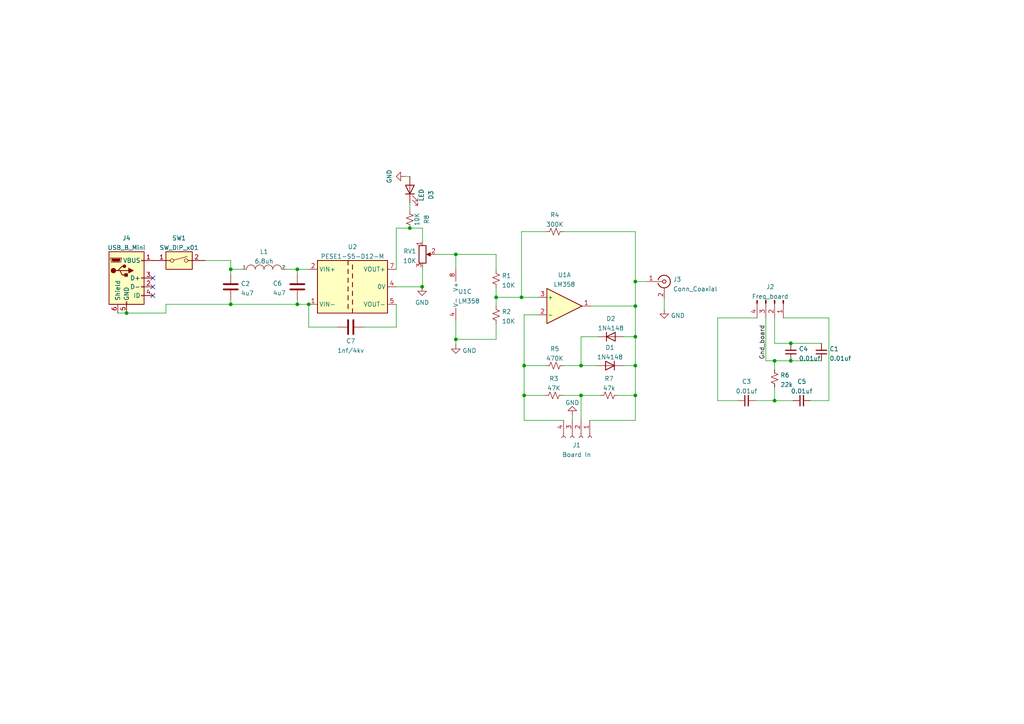
<source format=kicad_sch>
(kicad_sch (version 20211123) (generator eeschema)
  (paper "A4")
  (lib_symbols
    (symbol "Amplifier_Operational:LM358" (pin_names (offset 0.127))
      (property "Reference" "U" (at 0 5.08 0))
      (property "Value" "LM358" (at 0 -5.08 0))
      (symbol "LM358_1_1"
        (polyline (pts (xy -5.08 5.08) (xy 5.08 0) (xy -5.08 -5.08) (xy -5.08 5.08)) (stroke (width 0.254)) (fill (type background)))
        (pin output line (at 7.62 0 180) (length 2.54) (name "~") (number "1"))
        (pin input line (at -7.62 -2.54 0) (length 2.54) (name "-") (number "2"))
        (pin input line (at -7.62 2.54 0) (length 2.54) (name "+") (number "3"))
      )
      (symbol "LM358_2_1"
        (polyline (pts (xy -5.08 5.08) (xy 5.08 0) (xy -5.08 -5.08) (xy -5.08 5.08)) (stroke (width 0.254)) (fill (type background)))
        (pin input line (at -7.62 2.54 0) (length 2.54) (name "+") (number "5"))
        (pin input line (at -7.62 -2.54 0) (length 2.54) (name "-") (number "6"))
        (pin output line (at 7.62 0 180) (length 2.54) (name "~") (number "7"))
      )
      (symbol "LM358_3_1"
        (pin power_in line (at -2.54 -7.62 90) (length 3.81) (name "V-") (number "4"))
        (pin power_in line (at -2.54 7.62 270) (length 3.81) (name "V+") (number "8"))
      )
    )
    (symbol "Connector:Conn_01x04_Female" (pin_names (offset 1.016) hide)
      (property "Reference" "J" (at 0 5.08 0))
      (property "Value" "Conn_01x04_Female" (at 0 -7.62 0))
      (symbol "Conn_01x04_Female_1_1"
        (arc (start 0 -4.572) (mid -0.508 -5.08) (end 0 -5.588) (stroke (width 0.1524)))
        (arc (start 0 -2.032) (mid -0.508 -2.54) (end 0 -3.048) (stroke (width 0.1524)))
        (polyline (pts (xy -1.27 -5.08) (xy -0.508 -5.08)) (stroke (width 0.1524)))
        (polyline (pts (xy -1.27 -2.54) (xy -0.508 -2.54)) (stroke (width 0.1524)))
        (polyline (pts (xy -1.27 0) (xy -0.508 0)) (stroke (width 0.1524)))
        (polyline (pts (xy -1.27 2.54) (xy -0.508 2.54)) (stroke (width 0.1524)))
        (arc (start 0 0.508) (mid -0.508 0) (end 0 -0.508) (stroke (width 0.1524)))
        (arc (start 0 3.048) (mid -0.508 2.54) (end 0 2.032) (stroke (width 0.1524)))
        (pin passive line (at -5.08 2.54 0) (length 3.81) (name "Pin_1") (number "1"))
        (pin passive line (at -5.08 0 0) (length 3.81) (name "Pin_2") (number "2"))
        (pin passive line (at -5.08 -2.54 0) (length 3.81) (name "Pin_3") (number "3"))
        (pin passive line (at -5.08 -5.08 0) (length 3.81) (name "Pin_4") (number "4"))
      )
    )
    (symbol "Connector:Conn_01x04_Male" (pin_names (offset 1.016) hide)
      (property "Reference" "J" (at 0 5.08 0))
      (property "Value" "Conn_01x04_Male" (at 0 -7.62 0))
      (symbol "Conn_01x04_Male_1_1"
        (polyline (pts (xy 1.27 -5.08) (xy 0.8636 -5.08)) (stroke (width 0.1524)))
        (polyline (pts (xy 1.27 -2.54) (xy 0.8636 -2.54)) (stroke (width 0.1524)))
        (polyline (pts (xy 1.27 0) (xy 0.8636 0)) (stroke (width 0.1524)))
        (polyline (pts (xy 1.27 2.54) (xy 0.8636 2.54)) (stroke (width 0.1524)))
        (rectangle (start 0.8636 -4.953) (end 0 -5.207) (stroke (width 0.1524)) (fill (type outline)))
        (rectangle (start 0.8636 -2.413) (end 0 -2.667) (stroke (width 0.1524)) (fill (type outline)))
        (rectangle (start 0.8636 0.127) (end 0 -0.127) (stroke (width 0.1524)) (fill (type outline)))
        (rectangle (start 0.8636 2.667) (end 0 2.413) (stroke (width 0.1524)) (fill (type outline)))
        (pin passive line (at 5.08 2.54 180) (length 3.81) (name "Pin_1") (number "1"))
        (pin passive line (at 5.08 0 180) (length 3.81) (name "Pin_2") (number "2"))
        (pin passive line (at 5.08 -2.54 180) (length 3.81) (name "Pin_3") (number "3"))
        (pin passive line (at 5.08 -5.08 180) (length 3.81) (name "Pin_4") (number "4"))
      )
    )
    (symbol "Connector:Conn_Coaxial" (pin_names (offset 1.016) hide)
      (property "Reference" "J" (at 0.254 3.048 0))
      (property "Value" "Conn_Coaxial" (at 2.921 0 90))
      (symbol "Conn_Coaxial_0_1"
        (arc (start -1.778 -0.508) (mid 0.222 -1.808) (end 1.778 0) (stroke (width 0.254)))
        (polyline (pts (xy -2.54 0) (xy -0.508 0)))
        (polyline (pts (xy 0 -2.54) (xy 0 -1.778)))
        (circle (center 0 0) (radius 0.508) (stroke (width 0.2032)))
        (arc (start 1.778 0) (mid 0.222 1.8083) (end -1.778 0.508) (stroke (width 0.254)))
      )
      (symbol "Conn_Coaxial_1_1"
        (pin passive line (at -5.08 0 0) (length 2.54) (name "In") (number "1"))
        (pin passive line (at 0 -5.08 90) (length 2.54) (name "Ext") (number "2"))
      )
    )
    (symbol "Connector:USB_B_Mini" (pin_names (offset 1.016))
      (property "Reference" "J" (at -5.08 11.43 0))
      (property "Value" "USB_B_Mini" (at -5.08 8.89 0))
      (symbol "USB_B_Mini_0_1"
        (rectangle (start -5.08 -7.62) (end 5.08 7.62) (stroke (width 0.254)) (fill (type background)))
        (circle (center -3.81 2.159) (radius 0.635) (stroke (width 0.254)) (fill (type outline)))
        (circle (center -0.635 3.429) (radius 0.381) (stroke (width 0.254)) (fill (type outline)))
        (rectangle (start -0.127 -7.62) (end 0.127 -6.858))
        (polyline (pts (xy -1.905 2.159) (xy 0.635 2.159)) (stroke (width 0.254)))
        (polyline (pts (xy -3.175 2.159) (xy -2.54 2.159) (xy -1.27 3.429) (xy -0.635 3.429)) (stroke (width 0.254)))
        (polyline (pts (xy -2.54 2.159) (xy -1.905 2.159) (xy -1.27 0.889) (xy 0 0.889)) (stroke (width 0.254)))
        (polyline (pts (xy 0.635 2.794) (xy 0.635 1.524) (xy 1.905 2.159) (xy 0.635 2.794)) (stroke (width 0.254)) (fill (type outline)))
        (polyline (pts (xy -4.318 5.588) (xy -1.778 5.588) (xy -2.032 4.826) (xy -4.064 4.826) (xy -4.318 5.588)) (fill (type outline)))
        (polyline (pts (xy -4.699 5.842) (xy -4.699 5.588) (xy -4.445 4.826) (xy -4.445 4.572) (xy -1.651 4.572) (xy -1.651 4.826) (xy -1.397 5.588) (xy -1.397 5.842) (xy -4.699 5.842)))
        (rectangle (start 0.254 1.27) (end -0.508 0.508) (stroke (width 0.254)) (fill (type outline)))
        (rectangle (start 5.08 -5.207) (end 4.318 -4.953))
        (rectangle (start 5.08 -2.667) (end 4.318 -2.413))
        (rectangle (start 5.08 -0.127) (end 4.318 0.127))
        (rectangle (start 5.08 4.953) (end 4.318 5.207))
      )
      (symbol "USB_B_Mini_1_1"
        (pin power_out line (at 7.62 5.08 180) (length 2.54) (name "VBUS") (number "1"))
        (pin bidirectional line (at 7.62 -2.54 180) (length 2.54) (name "D-") (number "2"))
        (pin bidirectional line (at 7.62 0 180) (length 2.54) (name "D+") (number "3"))
        (pin passive line (at 7.62 -5.08 180) (length 2.54) (name "ID") (number "4"))
        (pin power_out line (at 0 -10.16 90) (length 2.54) (name "GND") (number "5"))
        (pin passive line (at -2.54 -10.16 90) (length 2.54) (name "Shield") (number "6"))
      )
    )
    (symbol "Device:C" (pin_numbers hide) (pin_names (offset 0.254))
      (property "Reference" "C" (at 0.635 2.54 0))
      (property "Value" "C" (at 0.635 -2.54 0))
      (symbol "C_0_1"
        (polyline (pts (xy -2.032 -0.762) (xy 2.032 -0.762)) (stroke (width 0.508)))
        (polyline (pts (xy -2.032 0.762) (xy 2.032 0.762)) (stroke (width 0.508)))
      )
      (symbol "C_1_1"
        (pin passive line (at 0 3.81 270) (length 2.794) (name "~") (number "1"))
        (pin passive line (at 0 -3.81 90) (length 2.794) (name "~") (number "2"))
      )
    )
    (symbol "Device:C_Small" (pin_numbers hide) (pin_names (offset 0.254) hide)
      (property "Reference" "C" (at 0.254 1.778 0))
      (property "Value" "C_Small" (at 0.254 -2.032 0))
      (symbol "C_Small_0_1"
        (polyline (pts (xy -1.524 -0.508) (xy 1.524 -0.508)) (stroke (width 0.3302)))
        (polyline (pts (xy -1.524 0.508) (xy 1.524 0.508)) (stroke (width 0.3048)))
      )
      (symbol "C_Small_1_1"
        (pin passive line (at 0 2.54 270) (length 2.032) (name "~") (number "1"))
        (pin passive line (at 0 -2.54 90) (length 2.032) (name "~") (number "2"))
      )
    )
    (symbol "Device:LED" (pin_numbers hide) (pin_names (offset 1.016) hide)
      (property "Reference" "D" (at 0 2.54 0))
      (property "Value" "LED" (at 0 -2.54 0))
      (symbol "LED_0_1"
        (polyline (pts (xy -1.27 -1.27) (xy -1.27 1.27)) (stroke (width 0.254)))
        (polyline (pts (xy -1.27 0) (xy 1.27 0)))
        (polyline (pts (xy 1.27 -1.27) (xy 1.27 1.27) (xy -1.27 0) (xy 1.27 -1.27)) (stroke (width 0.254)))
        (polyline (pts (xy -3.048 -0.762) (xy -4.572 -2.286) (xy -3.81 -2.286) (xy -4.572 -2.286) (xy -4.572 -1.524)))
        (polyline (pts (xy -1.778 -0.762) (xy -3.302 -2.286) (xy -2.54 -2.286) (xy -3.302 -2.286) (xy -3.302 -1.524)))
      )
      (symbol "LED_1_1"
        (pin passive line (at -3.81 0 0) (length 2.54) (name "K") (number "1"))
        (pin passive line (at 3.81 0 180) (length 2.54) (name "A") (number "2"))
      )
    )
    (symbol "Device:R_Potentiometer" (pin_names (offset 1.016) hide)
      (property "Reference" "RV" (at -4.445 0 90))
      (property "Value" "R_Potentiometer" (at -2.54 0 90))
      (symbol "R_Potentiometer_0_1"
        (polyline (pts (xy 2.54 0) (xy 1.524 0)))
        (polyline (pts (xy 1.143 0) (xy 2.286 0.508) (xy 2.286 -0.508) (xy 1.143 0)) (fill (type outline)))
        (rectangle (start 1.016 2.54) (end -1.016 -2.54) (stroke (width 0.254)))
      )
      (symbol "R_Potentiometer_1_1"
        (pin passive line (at 0 3.81 270) (length 1.27) (name "1") (number "1"))
        (pin passive line (at 3.81 0 180) (length 1.27) (name "2") (number "2"))
        (pin passive line (at 0 -3.81 90) (length 1.27) (name "3") (number "3"))
      )
    )
    (symbol "Device:R_Small_US" (pin_numbers hide) (pin_names (offset 0.254) hide)
      (property "Reference" "R" (at 0.762 0.508 0))
      (property "Value" "R_Small_US" (at 0.762 -1.016 0))
      (symbol "R_Small_US_1_1"
        (polyline (pts (xy 0 0) (xy 1.016 -0.381) (xy 0 -0.762) (xy -1.016 -1.143) (xy 0 -1.524)))
        (polyline (pts (xy 0 1.524) (xy 1.016 1.143) (xy 0 0.762) (xy -1.016 0.381) (xy 0 0)))
        (pin passive line (at 0 2.54 270) (length 1.016) (name "~") (number "1"))
        (pin passive line (at 0 -2.54 90) (length 1.016) (name "~") (number "2"))
      )
    )
    (symbol "Diode:1N4148" (pin_numbers hide) (pin_names (offset 1.016) hide)
      (property "Reference" "D" (at 0 2.54 0))
      (property "Value" "1N4148" (at 0 -2.54 0))
      (symbol "1N4148_0_1"
        (polyline (pts (xy -1.27 1.27) (xy -1.27 -1.27)) (stroke (width 0.254)))
        (polyline (pts (xy 1.27 0) (xy -1.27 0)))
        (polyline (pts (xy 1.27 1.27) (xy 1.27 -1.27) (xy -1.27 0) (xy 1.27 1.27)) (stroke (width 0.254)))
      )
      (symbol "1N4148_1_1"
        (pin passive line (at -3.81 0 0) (length 2.54) (name "K") (number "1"))
        (pin passive line (at 3.81 0 180) (length 2.54) (name "A") (number "2"))
      )
    )
    (symbol "Regulator_Switching:NMA0512SC"
      (property "Reference" "U?" (at 0 11.5865 0))
      (property "Value" "NMA0512SC" (at 0 8.8114 0))
      (symbol "NMA0512SC_0_1"
        (rectangle (start -10.16 7.62) (end 10.16 -7.62) (stroke (width 0.254)) (fill (type background)))
        (polyline (pts (xy -1.27 -5.08) (xy -1.27 -6.35)) (stroke (width 0.254)))
        (polyline (pts (xy -1.27 -2.54) (xy -1.27 -3.81)) (stroke (width 0.254)))
        (polyline (pts (xy -1.27 0) (xy -1.27 -1.27)) (stroke (width 0.254)))
        (polyline (pts (xy -1.27 2.54) (xy -1.27 1.27)) (stroke (width 0.254)))
        (polyline (pts (xy -1.27 5.08) (xy -1.27 3.81)) (stroke (width 0.254)))
        (polyline (pts (xy -1.27 7.62) (xy -1.27 6.35)) (stroke (width 0.254)))
        (polyline (pts (xy 0 -7.62) (xy 0 -6.35)) (stroke (width 0.254)))
        (polyline (pts (xy 0 -5.08) (xy 0 -3.81)) (stroke (width 0.254)))
        (polyline (pts (xy 0 -1.27) (xy 0 -2.54)) (stroke (width 0.254)))
        (polyline (pts (xy 0 0) (xy 0 1.27)) (stroke (width 0.254)))
        (polyline (pts (xy 0 2.54) (xy 0 3.81)) (stroke (width 0.254)))
        (polyline (pts (xy 0 5.08) (xy 0 6.35)) (stroke (width 0.254)))
      )
      (symbol "NMA0512SC_1_1"
        (pin power_in line (at -12.7 -5.08 0) (length 2.54) (name "VIN-") (number "1"))
        (pin power_in line (at -12.7 5.08 0) (length 2.54) (name "VIN+") (number "2"))
        (pin power_out line (at 12.7 0 180) (length 2.54) (name "0V") (number "4"))
        (pin power_out line (at 12.7 -5.08 180) (length 2.54) (name "VOUT-") (number "5"))
        (pin power_out line (at 12.7 5.08 180) (length 2.54) (name "VOUT+") (number "7"))
      )
    )
    (symbol "Switch:SW_DIP_x01" (pin_names (offset 0) hide)
      (property "Reference" "SW" (at 0 3.81 0))
      (property "Value" "SW_DIP_x01" (at 0 -3.81 0))
      (symbol "SW_DIP_x01_0_0"
        (circle (center -2.032 0) (radius 0.508))
        (polyline (pts (xy -1.524 0.127) (xy 2.3622 1.1684)))
        (circle (center 2.032 0) (radius 0.508))
      )
      (symbol "SW_DIP_x01_0_1"
        (rectangle (start -3.81 2.54) (end 3.81 -2.54) (stroke (width 0.254)) (fill (type background)))
      )
      (symbol "SW_DIP_x01_1_1"
        (pin passive line (at -7.62 0 0) (length 5.08) (name "~") (number "1"))
        (pin passive line (at 7.62 0 180) (length 5.08) (name "~") (number "2"))
      )
    )
    (symbol "power:GND" (power) (pin_names (offset 0))
      (property "Value" "GND" (at 0 -3.81 0))
      (symbol "GND_0_1"
        (polyline (pts (xy 0 0) (xy 0 -1.27) (xy 1.27 -1.27) (xy 0 -2.54) (xy -1.27 -1.27) (xy 0 -1.27)))
      )
      (symbol "GND_1_1"
        (pin power_in line (at 0 0 270) (length 0) hide (name "GND") (number "1"))
      )
    )
    (symbol "pspice:INDUCTOR" (pin_numbers hide) (pin_names (offset 0))
      (property "Reference" "L" (at 0 2.54 0))
      (property "Value" "INDUCTOR" (at 0 -1.27 0))
      (symbol "INDUCTOR_0_1"
        (arc (start -2.54 0) (mid -3.81 1.27) (end -5.08 0))
        (arc (start 0 0) (mid -1.27 1.27) (end -2.54 0))
        (arc (start 2.54 0) (mid 1.27 1.27) (end 0 0))
        (arc (start 5.08 0) (mid 3.81 1.27) (end 2.54 0))
      )
      (symbol "INDUCTOR_1_1"
        (pin input line (at -6.35 0 0) (length 1.27) (name "1") (number "1"))
        (pin input line (at 6.35 0 180) (length 1.27) (name "2") (number "2"))
      )
    )
  )
  (junction (at 132.207 73.787))
  (junction (at 36.703 90.805))
  (junction (at 152.019 114.681))
  (junction (at 224.663 104.648))
  (junction (at 168.529 114.681))
  (junction (at 229.362 104.648))
  (junction (at 66.929 78.105))
  (junction (at 152.019 106.045))
  (junction (at 184.277 106.045))
  (junction (at 151.257 86.233))
  (junction (at 168.529 106.045))
  (junction (at 89.535 88.265))
  (junction (at 86.233 88.265))
  (junction (at 224.663 116.205))
  (junction (at 184.277 81.661))
  (junction (at 86.233 78.105))
  (junction (at 118.872 66.167))
  (junction (at 132.207 98.425))
  (junction (at 184.277 114.681))
  (junction (at 143.891 86.233))
  (junction (at 66.929 88.265))
  (junction (at 184.277 97.663))
  (junction (at 184.277 88.773))
  (junction (at 122.428 83.185))
  (junction (at 229.362 99.568))
  (no_connect (at 44.323 83.185))
  (no_connect (at 44.323 85.725))
  (no_connect (at 44.323 80.645))
  (wire (pts (xy 86.233 78.105) (xy 86.233 79.375)))
  (wire (pts (xy 235.077 116.205) (xy 240.411 116.205)))
  (wire (pts (xy 66.929 86.995) (xy 66.929 88.265)))
  (wire (pts (xy 59.563 75.565) (xy 66.929 75.565)))
  (wire (pts (xy 173.355 97.663) (xy 168.529 97.663)))
  (wire (pts (xy 143.891 93.853) (xy 143.891 98.425)))
  (wire (pts (xy 66.929 75.565) (xy 66.929 78.105)))
  (wire (pts (xy 36.703 90.805) (xy 48.133 90.805)))
  (wire (pts (xy 86.233 86.995) (xy 86.233 88.265)))
  (wire (pts (xy 168.529 97.663) (xy 168.529 106.045)))
  (wire (pts (xy 97.917 94.869) (xy 89.535 94.869)))
  (wire (pts (xy 152.019 106.045) (xy 152.019 114.681)))
  (wire (pts (xy 208.153 92.202) (xy 208.153 116.205)))
  (wire (pts (xy 66.929 78.105) (xy 66.929 79.375)))
  (wire (pts (xy 184.277 121.92) (xy 184.277 114.681)))
  (wire (pts (xy 229.362 99.568) (xy 238.252 99.568)))
  (wire (pts (xy 180.721 106.045) (xy 184.277 106.045)))
  (wire (pts (xy 219.583 92.202) (xy 208.153 92.202)))
  (wire (pts (xy 240.411 92.202) (xy 227.203 92.202)))
  (wire (pts (xy 122.428 83.185) (xy 114.935 83.185)))
  (wire (pts (xy 143.891 86.233) (xy 143.891 88.773)))
  (wire (pts (xy 171.323 88.773) (xy 184.277 88.773)))
  (wire (pts (xy 132.207 98.425) (xy 132.207 99.949)))
  (wire (pts (xy 114.935 66.167) (xy 114.935 78.105)))
  (wire (pts (xy 158.369 106.045) (xy 152.019 106.045)))
  (wire (pts (xy 224.663 116.205) (xy 229.997 116.205)))
  (wire (pts (xy 171.069 121.92) (xy 184.277 121.92)))
  (wire (pts (xy 122.555 66.167) (xy 122.555 69.977)))
  (wire (pts (xy 224.663 92.202) (xy 224.663 99.568)))
  (wire (pts (xy 34.163 90.805) (xy 36.703 90.805)))
  (wire (pts (xy 151.257 86.233) (xy 156.083 86.233)))
  (wire (pts (xy 213.995 116.205) (xy 208.153 116.205)))
  (wire (pts (xy 229.362 104.648) (xy 224.663 104.648)))
  (wire (pts (xy 180.975 97.663) (xy 184.277 97.663)))
  (wire (pts (xy 163.449 106.045) (xy 168.529 106.045)))
  (wire (pts (xy 82.931 78.105) (xy 86.233 78.105)))
  (wire (pts (xy 168.529 106.045) (xy 173.101 106.045)))
  (wire (pts (xy 222.123 104.648) (xy 222.123 92.202)))
  (wire (pts (xy 132.207 73.787) (xy 132.207 77.851)))
  (wire (pts (xy 122.555 77.597) (xy 122.555 83.185)))
  (wire (pts (xy 192.659 86.741) (xy 192.659 89.789)))
  (wire (pts (xy 143.891 73.787) (xy 143.891 78.359)))
  (wire (pts (xy 114.935 66.167) (xy 118.872 66.167)))
  (wire (pts (xy 132.207 98.425) (xy 143.891 98.425)))
  (wire (pts (xy 132.207 93.091) (xy 132.207 98.425)))
  (wire (pts (xy 184.277 67.183) (xy 184.277 81.661)))
  (wire (pts (xy 132.207 73.787) (xy 143.891 73.787)))
  (wire (pts (xy 184.277 88.773) (xy 184.277 97.663)))
  (wire (pts (xy 184.277 114.681) (xy 184.277 106.045)))
  (wire (pts (xy 66.929 78.105) (xy 70.231 78.105)))
  (wire (pts (xy 114.935 88.265) (xy 114.935 94.869)))
  (wire (pts (xy 126.365 73.787) (xy 132.207 73.787)))
  (wire (pts (xy 165.989 120.396) (xy 165.989 121.92)))
  (wire (pts (xy 118.872 58.801) (xy 118.872 61.087)))
  (wire (pts (xy 122.555 83.185) (xy 122.428 83.185)))
  (wire (pts (xy 66.929 88.265) (xy 86.233 88.265)))
  (wire (pts (xy 187.579 81.661) (xy 184.277 81.661)))
  (wire (pts (xy 105.537 94.869) (xy 114.935 94.869)))
  (wire (pts (xy 224.663 104.648) (xy 224.663 107.188)))
  (wire (pts (xy 219.075 116.205) (xy 224.663 116.205)))
  (wire (pts (xy 158.369 67.183) (xy 151.257 67.183)))
  (wire (pts (xy 48.133 88.265) (xy 66.929 88.265)))
  (wire (pts (xy 152.019 114.681) (xy 152.019 121.92)))
  (wire (pts (xy 163.449 67.183) (xy 184.277 67.183)))
  (wire (pts (xy 179.197 114.681) (xy 184.277 114.681)))
  (wire (pts (xy 240.411 92.202) (xy 240.411 116.205)))
  (wire (pts (xy 152.019 121.92) (xy 163.449 121.92)))
  (wire (pts (xy 184.277 81.661) (xy 184.277 88.773)))
  (wire (pts (xy 168.529 114.681) (xy 174.117 114.681)))
  (wire (pts (xy 118.872 51.181) (xy 117.475 51.181)))
  (wire (pts (xy 86.233 78.105) (xy 89.535 78.105)))
  (wire (pts (xy 158.115 114.681) (xy 152.019 114.681)))
  (wire (pts (xy 143.891 83.439) (xy 143.891 86.233)))
  (wire (pts (xy 152.019 106.045) (xy 152.019 91.313)))
  (wire (pts (xy 224.663 112.268) (xy 224.663 116.205)))
  (wire (pts (xy 224.663 104.648) (xy 222.123 104.648)))
  (wire (pts (xy 151.257 67.183) (xy 151.257 86.233)))
  (wire (pts (xy 89.535 94.869) (xy 89.535 88.265)))
  (wire (pts (xy 152.019 91.313) (xy 156.083 91.313)))
  (wire (pts (xy 86.233 88.265) (xy 89.535 88.265)))
  (wire (pts (xy 184.277 97.663) (xy 184.277 106.045)))
  (wire (pts (xy 229.362 99.568) (xy 224.663 99.568)))
  (wire (pts (xy 151.257 86.233) (xy 143.891 86.233)))
  (wire (pts (xy 48.133 90.805) (xy 48.133 88.265)))
  (wire (pts (xy 229.362 104.648) (xy 238.252 104.648)))
  (wire (pts (xy 118.872 66.167) (xy 122.555 66.167)))
  (wire (pts (xy 163.195 114.681) (xy 168.529 114.681)))
  (wire (pts (xy 168.529 114.681) (xy 168.529 121.92)))
  (label "Gnd_board" (at 222.123 104.267 90))
  (symbol (lib_id "Device:R_Small_US") (at 143.891 80.899 0) (unit 1)
    (property "Reference" "R1" (at 145.542 79.9905 0) (effects (justify left)))
    (property "Value" "10K" (at 145.542 82.7656 0) (effects (justify left)))
    (property "Footprint" "Resistor_SMD:R_0805_2012Metric" (effects hide))
  )
  (symbol (lib_id "Device:C") (at 101.727 94.869 90) (unit 1)
    (property "Reference" "C7" (at 101.727 98.9035 90))
    (property "Value" "1nf/4kv" (at 101.727 101.6786 90))
    (property "Footprint" "Capacitor_SMD:C_1206_3216Metric_Pad1.33x1.80mm_HandSolder" (effects hide))
  )
  (symbol (lib_id "Switch:SW_DIP_x01") (at 51.943 75.565 0) (unit 1)
    (property "Reference" "SW1" (at 51.943 69.0585 0))
    (property "Value" "SW_DIP_x01" (at 51.943 71.8336 0))
    (property "Footprint" "Connector_JST:JST_EH_B2B-EH-A_1x02_P2.50mm_Vertical" (effects hide))
  )
  (symbol (lib_id "Device:C_Small") (at 238.252 102.108 180) (unit 1)
    (property "Reference" "C1" (at 240.5761 101.1931 0) (effects (justify right)))
    (property "Value" "0.01uf" (at 240.5761 103.9682 0) (effects (justify right)))
    (property "Footprint" "Resistor_SMD:R_0805_2012Metric" (effects hide))
  )
  (symbol (lib_id "Device:R_Small_US") (at 160.655 114.681 90) (unit 1)
    (property "Reference" "R3" (at 160.655 109.8255 90))
    (property "Value" "47K" (at 160.655 112.6006 90))
    (property "Footprint" "Resistor_SMD:R_0805_2012Metric" (effects hide))
  )
  (symbol (lib_id "Device:C_Small") (at 216.535 116.205 90) (unit 1)
    (property "Reference" "C3" (at 216.5413 110.6764 90))
    (property "Value" "0.01uf" (at 216.5413 113.4515 90))
    (property "Footprint" "Resistor_SMD:R_0805_2012Metric" (effects hide))
  )
  (symbol (lib_id "Amplifier_Operational:LM358") (at 134.747 85.471 0) (unit 3)
    (property "Reference" "U1" (at 132.842 84.5625 0) (effects (justify left)))
    (property "Value" "LM358" (at 132.842 87.3376 0) (effects (justify left)))
    (property "Footprint" "Package_DIP:DIP-8_W7.62mm_LongPads" (effects hide))
    (property "Datasheet" "http://www.ti.com/lit/ds/symlink/lm2904-n.pdf" (effects hide))
  )
  (symbol (lib_id "power:GND") (at 165.989 120.396 180) (unit 1)
    (property "Reference" "#PWR0102" (effects hide))
    (property "Value" "GND" (at 165.989 116.7915 0))
  )
  (symbol (lib_id "Device:R_Small_US") (at 118.872 63.627 0) (unit 1)
    (property "Reference" "R8" (at 123.7275 63.627 90))
    (property "Value" "10K" (at 120.9524 63.627 90))
    (property "Footprint" "Resistor_SMD:R_0805_2012Metric" (effects hide))
  )
  (symbol (lib_id "Connector:USB_B_Mini") (at 36.703 80.645 0) (unit 1)
    (property "Reference" "J4" (at 36.703 69.0585 0))
    (property "Value" "USB_B_Mini" (at 36.703 71.8336 0))
    (property "Footprint" "Connector_USB:USB_Micro-AB_Molex_47590-0001" (effects hide))
  )
  (symbol (lib_id "Device:R_Potentiometer") (at 122.555 73.787 0) (unit 1)
    (property "Reference" "RV1" (at 120.777 72.8785 0) (effects (justify right)))
    (property "Value" "10K" (at 120.777 75.6536 0) (effects (justify right)))
    (property "Footprint" "Connector_Wire:SolderWire-1sqmm_1x03_P5.4mm_D1.4mm_OD2.7mm" (effects hide))
  )
  (symbol (lib_id "Device:C_Small") (at 229.362 102.108 180) (unit 1)
    (property "Reference" "C4" (at 231.6861 101.1931 0) (effects (justify right)))
    (property "Value" "0.01uf" (at 231.6861 103.9682 0) (effects (justify right)))
    (property "Footprint" "Resistor_SMD:R_0805_2012Metric" (effects hide))
  )
  (symbol (lib_id "Connector:Conn_01x04_Male") (at 224.663 87.122 270) (unit 1)
    (property "Reference" "J2" (at 223.393 83.2063 90))
    (property "Value" "Freq_board" (at 223.393 85.9814 90))
    (property "Footprint" "Connector_PinSocket_2.54mm:PinSocket_1x04_P2.54mm_Horizontal" (effects hide))
  )
  (symbol (lib_id "Device:C_Small") (at 232.537 116.205 90) (unit 1)
    (property "Reference" "C5" (at 232.5433 110.6764 90))
    (property "Value" "0.01uf" (at 232.5433 113.4515 90))
    (property "Footprint" "Resistor_SMD:R_0805_2012Metric" (effects hide))
  )
  (symbol (lib_id "Device:C") (at 66.929 83.185 0) (unit 1)
    (property "Reference" "C2" (at 69.85 82.2765 0) (effects (justify left)))
    (property "Value" "4u7" (at 69.85 85.0516 0) (effects (justify left)))
    (property "Footprint" "Capacitor_SMD:C_1206_3216Metric_Pad1.33x1.80mm_HandSolder" (effects hide))
  )
  (symbol (lib_id "power:GND") (at 132.207 99.949 0) (unit 1)
    (property "Reference" "#PWR0104" (effects hide))
    (property "Value" "GND" (at 134.112 101.698 0) (effects (justify left)))
  )
  (symbol (lib_id "Device:R_Small_US") (at 176.657 114.681 90) (unit 1)
    (property "Reference" "R7" (at 176.657 109.8255 90))
    (property "Value" "47k" (at 176.657 112.6006 90))
    (property "Footprint" "Resistor_SMD:R_0805_2012Metric" (effects hide))
  )
  (symbol (lib_id "pspice:INDUCTOR") (at 76.581 78.105 0) (unit 1)
    (property "Reference" "L1" (at 76.581 72.9955 0))
    (property "Value" "6.8uh" (at 76.581 75.7706 0))
    (property "Footprint" "Inductor_SMD:L_1008_2520Metric_Pad1.43x2.20mm_HandSolder" (effects hide))
  )
  (symbol (lib_id "Device:C") (at 86.233 83.185 180) (unit 1)
    (property "Reference" "C6" (at 79.121 82.1879 0) (effects (justify right)))
    (property "Value" "4u7" (at 79.121 84.963 0) (effects (justify right)))
    (property "Footprint" "Capacitor_SMD:C_1206_3216Metric_Pad1.33x1.80mm_HandSolder" (effects hide))
  )
  (symbol (lib_id "power:GND") (at 122.428 83.185 0) (unit 1)
    (property "Reference" "#PWR0103" (effects hide))
    (property "Value" "GND" (at 122.428 87.7475 0))
  )
  (symbol (lib_id "Device:R_Small_US") (at 160.909 106.045 90) (unit 1)
    (property "Reference" "R5" (at 160.909 101.1895 90))
    (property "Value" "470K" (at 160.909 103.9646 90))
    (property "Footprint" "Resistor_SMD:R_0805_2012Metric" (effects hide))
  )
  (symbol (lib_id "Connector:Conn_Coaxial") (at 192.659 81.661 0) (unit 1)
    (property "Reference" "J3" (at 195.199 81.0457 0) (effects (justify left)))
    (property "Value" "Conn_Coaxial" (at 195.199 83.8208 0) (effects (justify left)))
    (property "Footprint" "Connector_Coaxial:BNC_TEConnectivity_1478035_Horizontal" (effects hide))
    (property "Datasheet" " ~" (effects hide))
  )
  (symbol (lib_id "power:GND") (at 192.659 89.789 0) (unit 1)
    (property "Reference" "#PWR0101" (effects hide))
    (property "Value" "GND" (at 194.564 91.538 0) (effects (justify left)))
  )
  (symbol (lib_id "Device:LED") (at 118.872 54.991 90) (unit 1)
    (property "Reference" "D3" (at 124.9975 56.5785 0))
    (property "Value" "LED" (at 122.2224 56.5785 0))
    (property "Footprint" "LED_SMD:LED_0805_2012Metric" (effects hide))
  )
  (symbol (lib_id "Connector:Conn_01x04_Female") (at 168.529 127 270) (unit 1)
    (property "Reference" "J1" (at 167.259 129.0987 90))
    (property "Value" "Board In" (at 167.259 131.8738 90))
    (property "Footprint" "Connector_PinHeader_2.54mm:PinHeader_1x04_P2.54mm_Horizontal" (effects hide))
  )
  (symbol (lib_id "Device:R_Small_US") (at 160.909 67.183 90) (unit 1)
    (property "Reference" "R4" (at 160.909 62.3275 90))
    (property "Value" "300K" (at 160.909 65.1026 90))
    (property "Footprint" "Resistor_SMD:R_0805_2012Metric" (effects hide))
  )
  (symbol (lib_id "Diode:1N4148") (at 176.911 106.045 180) (unit 1)
    (property "Reference" "D1" (at 176.911 100.8085 0))
    (property "Value" "1N4148" (at 176.911 103.5836 0))
    (property "Footprint" "Diode_SMD:D_SOD-523" (effects hide))
    (property "Datasheet" "https://assets.nexperia.com/documents/data-sheet/1N4148_1N4448.pdf" (effects hide))
  )
  (symbol (lib_id "Diode:1N4148") (at 177.165 97.663 0) (unit 1)
    (property "Reference" "D2" (at 177.165 92.4265 0))
    (property "Value" "1N4148" (at 177.165 95.2016 0))
    (property "Footprint" "Diode_SMD:D_SOD-523" (effects hide))
    (property "Datasheet" "https://assets.nexperia.com/documents/data-sheet/1N4148_1N4448.pdf" (effects hide))
  )
  (symbol (lib_id "Regulator_Switching:NMA0512SC") (at 102.235 83.185 0) (unit 1)
    (property "Reference" "U2" (at 102.235 71.5985 0))
    (property "Value" "PESE1-S5-D12-M" (at 102.235 74.3736 0))
    (property "Footprint" "Custom Library:CONV_PESE1-S5-D12-M" (effects hide))
    (property "Datasheet" " " (effects hide))
  )
  (symbol (lib_id "power:GND") (at 117.475 51.181 270) (unit 1)
    (property "Reference" "#PWR0105" (effects hide))
    (property "Value" "GND" (at 112.9125 51.181 0))
  )
  (symbol (lib_id "Amplifier_Operational:LM358") (at 163.703 88.773 0) (unit 1)
    (property "Reference" "U1" (at 163.703 79.7265 0))
    (property "Value" "LM358" (at 163.703 82.5016 0))
    (property "Footprint" "Package_DIP:DIP-8_W7.62mm_LongPads" (effects hide))
    (property "Datasheet" "http://www.ti.com/lit/ds/symlink/lm2904-n.pdf" (effects hide))
  )
  (symbol (lib_id "Device:R_Small_US") (at 143.891 91.313 0) (unit 1)
    (property "Reference" "R2" (at 145.542 90.4045 0) (effects (justify left)))
    (property "Value" "10K" (at 145.542 93.1796 0) (effects (justify left)))
    (property "Footprint" "Resistor_SMD:R_0805_2012Metric" (effects hide))
  )
  (symbol (lib_id "Device:R_Small_US") (at 224.663 109.728 180) (unit 1)
    (property "Reference" "R6" (at 226.314 108.8195 0) (effects (justify right)))
    (property "Value" "22k" (at 226.314 111.5946 0) (effects (justify right)))
    (property "Footprint" "Resistor_SMD:R_0805_2012Metric" (effects hide))
  )
)
</source>
